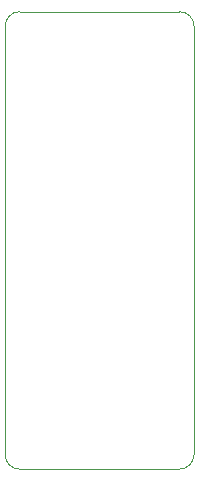
<source format=gbr>
%TF.GenerationSoftware,KiCad,Pcbnew,5.99.0-unknown-ad88874~101~ubuntu20.04.1*%
%TF.CreationDate,2020-05-19T22:39:21-04:00*%
%TF.ProjectId,headlights,68656164-6c69-4676-9874-732e6b696361,rev?*%
%TF.SameCoordinates,Original*%
%TF.FileFunction,Profile,NP*%
%FSLAX46Y46*%
G04 Gerber Fmt 4.6, Leading zero omitted, Abs format (unit mm)*
G04 Created by KiCad (PCBNEW 5.99.0-unknown-ad88874~101~ubuntu20.04.1) date 2020-05-19 22:39:21*
%MOMM*%
%LPD*%
G01*
G04 APERTURE LIST*
%TA.AperFunction,Profile*%
%ADD10C,0.050000*%
%TD*%
G04 APERTURE END LIST*
D10*
X109250000Y-89250000D02*
G75*
G02*
X108000000Y-88000000I0J1250000D01*
G01*
X108000000Y-51750000D02*
G75*
G02*
X109250000Y-50500000I1250000J0D01*
G01*
X122750000Y-50500000D02*
G75*
G02*
X124000000Y-51750000I0J-1250000D01*
G01*
X124000000Y-88000000D02*
G75*
G02*
X122750000Y-89250000I-1250000J0D01*
G01*
X108000000Y-88000000D02*
X108000000Y-51750000D01*
X122750000Y-89250000D02*
X109250000Y-89250000D01*
X124000000Y-51750000D02*
X124000000Y-88000000D01*
X109250000Y-50500000D02*
X122750000Y-50500000D01*
M02*

</source>
